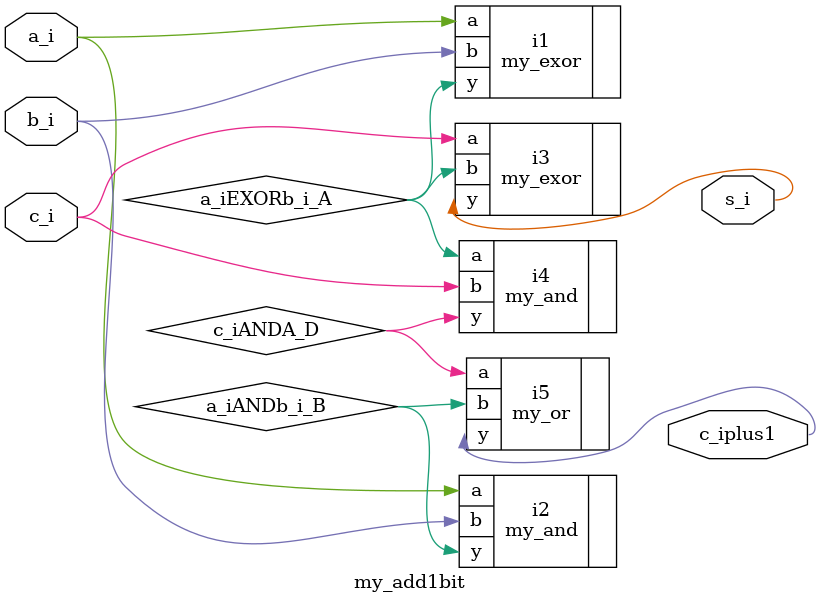
<source format=v>
module my_add1bit(c_i, a_i, b_i, s_i, c_iplus1);
    input c_i, a_i, b_i;
    output s_i, c_iplus1;
    wire a_iEXORb_i_A, a_iANDb_i_B, c_iANDA_D;

    my_exor i1(.a(a_i), .b(b_i), .y(a_iEXORb_i_A));
    my_and i2(.a(a_i), .b(b_i), .y(a_iANDb_i_B));
    my_exor i3(.a(c_i), .b(a_iEXORb_i_A), .y(s_i));
    my_and i4(.a(a_iEXORb_i_A), .b(c_i), .y(c_iANDA_D));
    my_or i5(.a(c_iANDA_D), .b(a_iANDb_i_B), .y(c_iplus1));
endmodule

</source>
